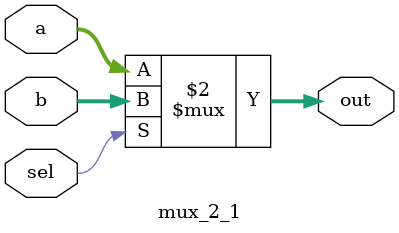
<source format=v>
module mux_2_1 (a,b,sel,out);
parameter n = 32;
input [n-1 :0] a,b;
input sel;
output [n-1 :0] out;

assign out = (sel == 1)? b:a;

endmodule
</source>
